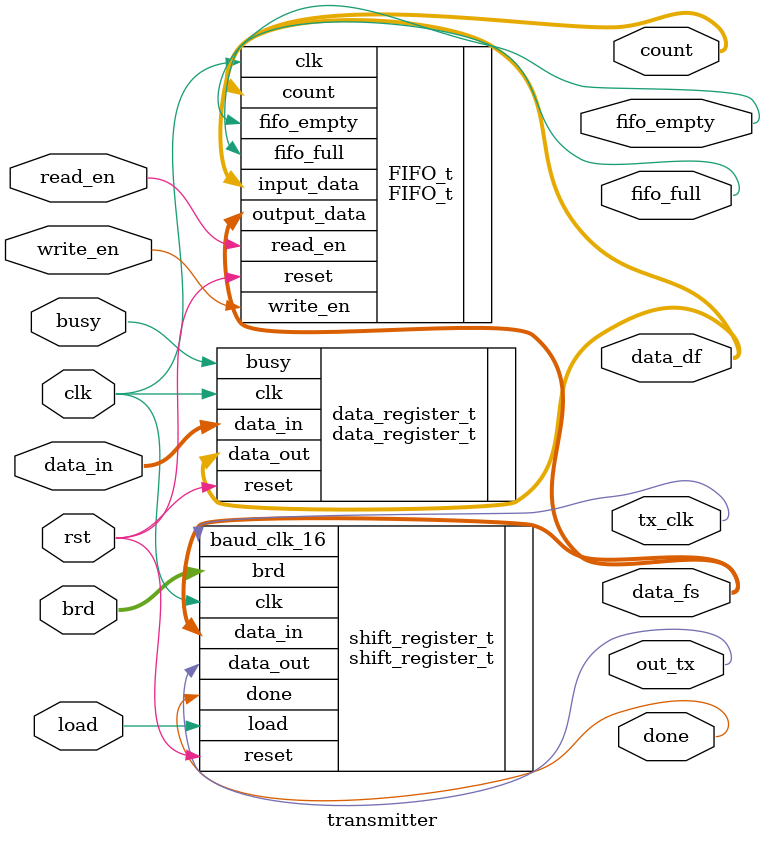
<source format=sv>
module transmitter (
    input  logic clk,
    input  logic rst,
    input  logic [7:0] data_in,
    input  logic       busy,
    input  logic       write_en,
    input  logic       read_en,
    input  logic       load,
    input  logic [15:0]brd,
    output logic       fifo_empty,
    output logic       fifo_full,
    output logic       done,
    output logic       tx_clk,     // for simulation
    output logic [7:0] data_df,
    output logic [7:0] data_fs,
    output logic [4:0] count,
    output logic       out_tx      
);
           

data_register_t  data_register_t  (.clk         (clk),
                               .reset       (rst),
                               .data_in     (data_in),
                               .busy        (busy),
                               .data_out    (data_df)
                             );

FIFO_t           FIFO_t           (.clk         (clk),
                               .reset       (rst),
                               .input_data  (data_df),
                               .write_en    (write_en),
                               .read_en     (read_en),
                               .count       (count),
                               .output_data (data_fs),
                               .fifo_empty  (fifo_empty),
                               .fifo_full   (fifo_full)
                                );

shift_register_t shift_register_t (.clk         (clk),
                               .reset       (rst),
                               .baud_clk_16 (tx_clk),
                               .data_in     (data_fs),
                               .load        (load),
                               .data_out    (out_tx),
                               .done        (done),
                               .brd         (brd)
                               );
endmodule
</source>
